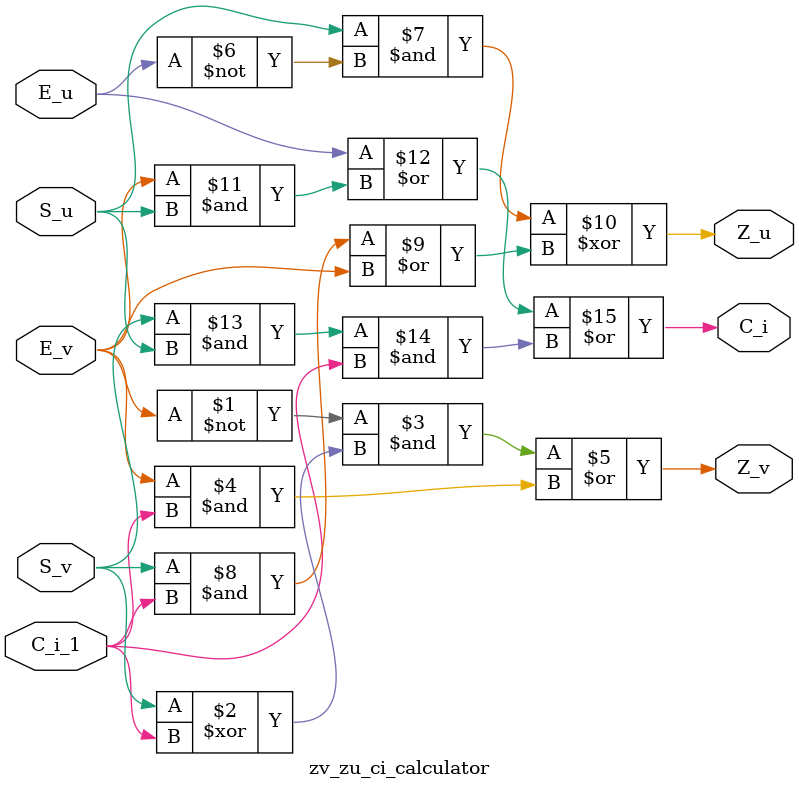
<source format=v>
`timescale 1ns / 1ps

module zv_zu_ci_calculator (
    input wire E_v, E_u,  // E_v, E_u ÀÔ·Â°ª
    input wire S_v, S_u,  // S_v, S_u ÀÔ·Â°ª
    input wire C_i_1,     // ÀÌÀü Carry °ª C_{i-1}
    output wire Z_v, Z_u, // Zv, Zu Ãâ·Â
    output wire C_i       // ´ÙÀ½ Carry °ª C_i Ãâ·Â
);

    // Zv °è»ê
    assign Z_v = (~E_v & (S_v ^ C_i_1)) | (E_v & C_i_1);

    // Zu °è»ê
    assign Z_u = (S_u & ~E_u) ^ ((S_v & C_i_1) | E_v);

    // Ci °è»ê
    assign C_i = (E_u | (E_v & S_u)) | (S_v & S_u & C_i_1);

endmodule

</source>
